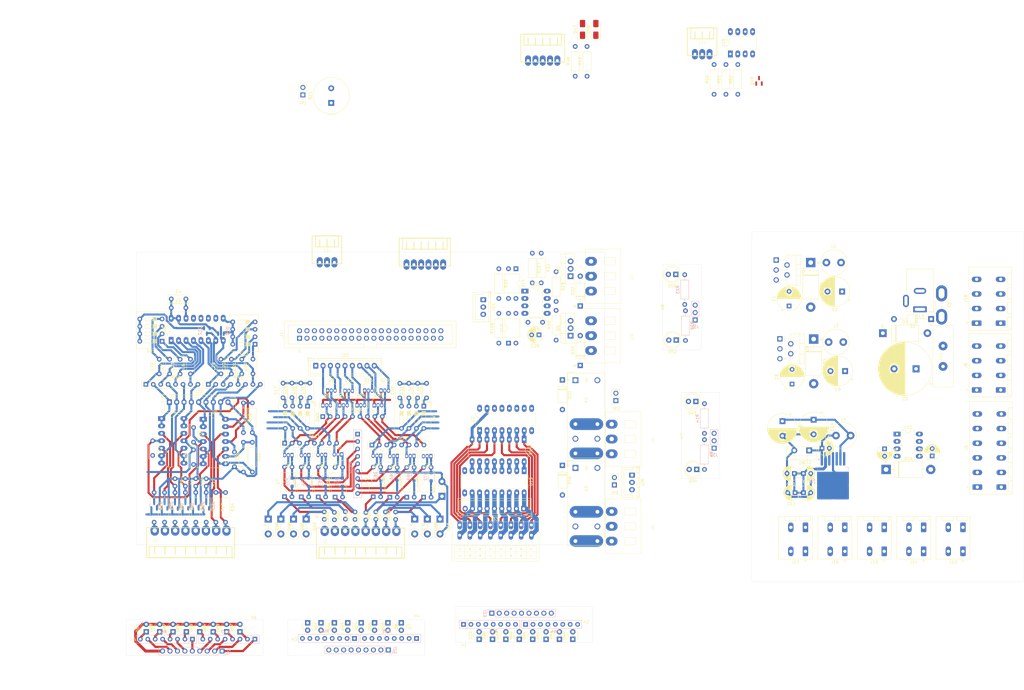
<source format=kicad_pcb>
(kicad_pcb
	(version 20240108)
	(generator "pcbnew")
	(generator_version "8.0")
	(general
		(thickness 1.6)
		(legacy_teardrops no)
	)
	(paper "A3")
	(layers
		(0 "F.Cu" signal)
		(31 "B.Cu" signal)
		(32 "B.Adhes" user "B.Adhesive")
		(33 "F.Adhes" user "F.Adhesive")
		(34 "B.Paste" user)
		(35 "F.Paste" user)
		(36 "B.SilkS" user "B.Silkscreen")
		(37 "F.SilkS" user "F.Silkscreen")
		(38 "B.Mask" user)
		(39 "F.Mask" user)
		(40 "Dwgs.User" user "User.Drawings")
		(41 "Cmts.User" user "User.Comments")
		(42 "Eco1.User" user "User.Eco1")
		(43 "Eco2.User" user "User.Eco2")
		(44 "Edge.Cuts" user)
		(45 "Margin" user)
		(46 "B.CrtYd" user "B.Courtyard")
		(47 "F.CrtYd" user "F.Courtyard")
		(48 "B.Fab" user)
		(49 "F.Fab" user)
		(50 "User.1" user)
		(51 "User.2" user)
		(52 "User.3" user)
		(53 "User.4" user)
		(54 "User.5" user)
		(55 "User.6" user)
		(56 "User.7" user)
		(57 "User.8" user)
		(58 "User.9" user)
	)
	(setup
		(pad_to_mask_clearance 0)
		(allow_soldermask_bridges_in_footprints no)
		(pcbplotparams
			(layerselection 0x00010fc_ffffffff)
			(plot_on_all_layers_selection 0x0000000_00000000)
			(disableapertmacros no)
			(usegerberextensions no)
			(usegerberattributes yes)
			(usegerberadvancedattributes yes)
			(creategerberjobfile yes)
			(dashed_line_dash_ratio 12.000000)
			(dashed_line_gap_ratio 3.000000)
			(svgprecision 4)
			(plotframeref no)
			(viasonmask no)
			(mode 1)
			(useauxorigin no)
			(hpglpennumber 1)
			(hpglpenspeed 20)
			(hpglpendiameter 15.000000)
			(pdf_front_fp_property_popups yes)
			(pdf_back_fp_property_popups yes)
			(dxfpolygonmode yes)
			(dxfimperialunits yes)
			(dxfusepcbnewfont yes)
			(psnegative no)
			(psa4output no)
			(plotreference yes)
			(plotvalue yes)
			(plotfptext yes)
			(plotinvisibletext no)
			(sketchpadsonfab no)
			(subtractmaskfromsilk no)
			(outputformat 1)
			(mirror no)
			(drillshape 1)
			(scaleselection 1)
			(outputdirectory "")
		)
	)
	(net 0 "")
	(net 1 "+5V")
	(net 2 "/Buzzer")
	(net 3 "+24V filtered")
	(net 4 "GND")
	(net 5 "+3V3")
	(net 6 "/ADC_CH3")
	(net 7 "/ADC_CH1")
	(net 8 "+12V")
	(net 9 "Net-(D6-K)")
	(net 10 "Net-(U1-BOOT)")
	(net 11 "/Dig-IN_1")
	(net 12 "Net-(U11-CAP+)")
	(net 13 "Net-(D14-K)")
	(net 14 "-5V")
	(net 15 "/ADC_CH5")
	(net 16 "/ADC_CH6")
	(net 17 "/ADC_CH0")
	(net 18 "/ADC_CH2")
	(net 19 "/ADC_CH7")
	(net 20 "/ADC_CH4")
	(net 21 "/Dig-IN_2")
	(net 22 "/Dig-IN_3")
	(net 23 "/Dig-IN_4")
	(net 24 "/Dig-IN_5")
	(net 25 "/Dig-IN_6")
	(net 26 "/Dig-IN_7")
	(net 27 "/Dig-IN_8")
	(net 28 "Net-(D1-K)")
	(net 29 "Net-(D2-K)")
	(net 30 "Net-(D5-K)")
	(net 31 "OUT_Digital_1_open-drain")
	(net 32 "Net-(U3C-+)")
	(net 33 "Net-(U3D-+)")
	(net 34 "IN_Analog_6 (0-20mA)")
	(net 35 "IN_Analog_7 (0-20mA)")
	(net 36 "Net-(U9B-+)")
	(net 37 "/OUT_PWM_1_diode")
	(net 38 "/OUT_PWM_2_diode")
	(net 39 "Net-(D34-A)")
	(net 40 "Net-(U9A-+)")
	(net 41 "OUT_Digital_2_open-drain")
	(net 42 "OUT_Digital_3_open-drain")
	(net 43 "OUT_Digital_4_open-drain")
	(net 44 "OUT_Digital_5_open-drain")
	(net 45 "Net-(U3A-+)")
	(net 46 "I2C_SDA")
	(net 47 "RS485_B")
	(net 48 "RS485_A")
	(net 49 "Net-(D50-A1)")
	(net 50 "Net-(D51-A)")
	(net 51 "Net-(D53-A1)")
	(net 52 "Net-(D54-A)")
	(net 53 "Net-(D56-A1)")
	(net 54 "Net-(D57-A)")
	(net 55 "Net-(D59-A1)")
	(net 56 "Net-(D60-A)")
	(net 57 "Net-(D62-A1)")
	(net 58 "Net-(D63-A)")
	(net 59 "Net-(D65-A1)")
	(net 60 "Net-(D66-A)")
	(net 61 "Net-(D68-A1)")
	(net 62 "Net-(D69-A)")
	(net 63 "Net-(D71-A1)")
	(net 64 "Net-(D72-A)")
	(net 65 "+BATT")
	(net 66 "unconnected-(J1-ID_SD{slash}GPIO0-Pad27)")
	(net 67 "/SPI_CE0_ADC")
	(net 68 "Net-(J1-3V3-Pad1)")
	(net 69 "/SPI0_miso_ADC")
	(net 70 "/UART_DIR-T")
	(net 71 "/SPI0_mosi_ADC")
	(net 72 "/SPI0_sclk_ADC")
	(net 73 "/UART_TX")
	(net 74 "/SPI1_miso_FREE")
	(net 75 "/SR-OUT_latch")
	(net 76 "/SPI1_mosi_FREE")
	(net 77 "/SR-OUT_clock")
	(net 78 "/SR-OUT_data")
	(net 79 "unconnected-(J1-ID_SC{slash}GPIO1-Pad28)")
	(net 80 "/SPI1_CE_FREE")
	(net 81 "/UART_RX")
	(net 82 "/OUT_PWM_2")
	(net 83 "/SPI1_sclk_FREE")
	(net 84 "/OUT_PWM_1")
	(net 85 "IN_Digital_8")
	(net 86 "IN_Digital_5")
	(net 87 "IN_Digital_2")
	(net 88 "IN_Digital_3")
	(net 89 "IN_Digital_4")
	(net 90 "IN_Digital_6")
	(net 91 "IN_Digital_7")
	(net 92 "IN_Digital_1")
	(net 93 "OUT_Digital_8")
	(net 94 "OUT_Digital_7_open-drain")
	(net 95 "OUT_Digital_2")
	(net 96 "OUT_Digital_4")
	(net 97 "OUT_Digital_5")
	(net 98 "OUT_Digital_6")
	(net 99 "OUT_Digital_3")
	(net 100 "OUT_Digital_7")
	(net 101 "OUT_Digital_8_open-drain")
	(net 102 "OUT_Digital_1")
	(net 103 "OUT_Digital_6_open-drain")
	(net 104 "Net-(J4-Pin_1)")
	(net 105 "Net-(J4-Pin_2)")
	(net 106 "Net-(J4-Pin_3)")
	(net 107 "OUT_Digital_COM_open-drain")
	(net 108 "Net-(J6-Pin_1)")
	(net 109 "Net-(J6-Pin_3)")
	(net 110 "Net-(J6-Pin_2)")
	(net 111 "IN_Analog_1 (0-3.3V)")
	(net 112 "IN_Analog_5 (0-24V)")
	(net 113 "IN_Analog_4 (0-12V)")
	(net 114 "IN_Analog_2 (0-5V)")
	(net 115 "IN_Analog_0 (0-3.3V)")
	(net 116 "IN_Analog_3 (0-5V)")
	(net 117 "Net-(Q1-G)")
	(net 118 "Net-(Q2-G)")
	(net 119 "Net-(Q2-D)")
	(net 120 "Net-(Q5-G)")
	(net 121 "Net-(C17-Pad1)")
	(net 122 "Net-(Q7-G)")
	(net 123 "Net-(Q7-D)")
	(net 124 "Net-(C29-Pad1)")
	(net 125 "Net-(Q9-G)")
	(net 126 "Net-(C30-Pad1)")
	(net 127 "Net-(Q10-G)")
	(net 128 "Net-(Q11-D)")
	(net 129 "Net-(Q11-G)")
	(net 130 "Net-(C31-Pad1)")
	(net 131 "Net-(Q13-G)")
	(net 132 "Net-(Q13-D)")
	(net 133 "Net-(C32-Pad1)")
	(net 134 "Net-(Q15-D)")
	(net 135 "Net-(Q15-G)")
	(net 136 "Net-(C33-Pad1)")
	(net 137 "Net-(Q17-G)")
	(net 138 "Net-(Q17-D)")
	(net 139 "Net-(C34-Pad1)")
	(net 140 "Net-(Q19-D)")
	(net 141 "Net-(Q19-G)")
	(net 142 "Net-(C35-Pad1)")
	(net 143 "Net-(U9C--)")
	(net 144 "Net-(U12-~{OUTA})")
	(net 145 "Net-(U12-~{OUTB})")
	(net 146 "Net-(U12-INB)")
	(net 147 "Net-(R33-Pad1)")
	(net 148 "Net-(U9D--)")
	(net 149 "Net-(U12-INA)")
	(net 150 "Net-(R108-Pad1)")
	(net 151 "unconnected-(U1-EN-Pad7)")
	(net 152 "unconnected-(U1-NC-Pad5)")
	(net 153 "unconnected-(U2-QH'-Pad9)")
	(net 154 "unconnected-(U11-OSC-Pad7)")
	(net 155 "unconnected-(U11-NC-Pad1)")
	(net 156 "unconnected-(U12-NC-Pad8)")
	(net 157 "unconnected-(U12-NC-Pad1)")
	(net 158 "Net-(U3B-+)")
	(net 159 "Net-(D45-K)")
	(net 160 "/LED_analog-CH6")
	(net 161 "/LED_analog-CH2")
	(net 162 "/LED_analog-CH7")
	(net 163 "/LED_analog-CH5")
	(net 164 "/LED_analog-CH0")
	(net 165 "/LED_analog-CH1")
	(net 166 "/LED_analog-CH3")
	(net 167 "/LED_analog-CH4")
	(net 168 "Net-(D10-K)")
	(net 169 "Net-(D7-A)")
	(net 170 "Net-(D8-A)")
	(net 171 "Net-(D10-A)")
	(net 172 "Net-(D15-A)")
	(net 173 "Net-(D17-A)")
	(net 174 "Net-(D23-A)")
	(net 175 "Net-(D26-A)")
	(net 176 "Net-(D27-A)")
	(net 177 "Net-(D82-K)")
	(net 178 "Net-(D82-A)")
	(net 179 "Net-(D83-K)")
	(net 180 "Net-(D84-K)")
	(net 181 "Net-(D85-K)")
	(net 182 "Net-(D86-K)")
	(net 183 "Net-(D87-K)")
	(net 184 "Net-(D88-K)")
	(net 185 "Net-(D89-K)")
	(net 186 "Net-(J25-Pin_8)")
	(net 187 "Net-(J25-Pin_5)")
	(net 188 "Net-(J25-Pin_7)")
	(net 189 "Net-(J25-Pin_2)")
	(net 190 "Net-(J25-Pin_6)")
	(net 191 "Net-(J25-Pin_1)")
	(net 192 "Net-(J25-Pin_4)")
	(net 193 "Net-(J25-Pin_3)")
	(net 194 "Net-(J27-Pin_4)")
	(net 195 "Net-(J27-Pin_8)")
	(net 196 "Net-(J27-Pin_1)")
	(net 197 "Net-(J27-Pin_5)")
	(net 198 "Net-(J27-Pin_6)")
	(net 199 "Net-(J27-Pin_7)")
	(net 200 "Net-(J27-Pin_3)")
	(net 201 "Net-(J27-Pin_2)")
	(net 202 "Net-(D20-A)")
	(net 203 "Net-(D20-K)")
	(net 204 "Net-(D30-K)")
	(net 205 "Net-(D37-K)")
	(net 206 "Net-(D40-K)")
	(net 207 "Net-(D41-K)")
	(net 208 "Net-(D42-K)")
	(net 209 "Net-(D43-K)")
	(net 210 "Net-(D44-K)")
	(net 211 "/LED_digital-out_2")
	(net 212 "/LED_digital-out_8")
	(net 213 "/LED_digital-out_6")
	(net 214 "/LED_digital-out_5")
	(net 215 "/LED_digital-out_4")
	(net 216 "/LED_digital-out_7")
	(net 217 "/LED_digital-out_1")
	(net 218 "/LED_digital-out_3")
	(net 219 "Net-(J23-Pin_1)")
	(net 220 "Net-(J23-Pin_5)")
	(net 221 "Net-(J23-Pin_3)")
	(net 222 "Net-(J23-Pin_2)")
	(net 223 "Net-(J23-Pin_8)")
	(net 224 "Net-(J23-Pin_7)")
	(net 225 "Net-(J23-Pin_4)")
	(net 226 "Net-(J23-Pin_6)")
	(net 227 "/LED_relay-1")
	(net 228 "/LED_PWM-1")
	(net 229 "/LED_PWM-2")
	(net 230 "Net-(D34-K)")
	(net 231 "/LED_relay-2")
	(net 232 "Net-(D52-K)")
	(net 233 "Net-(D52-A)")
	(net 234 "Net-(D55-K)")
	(net 235 "Net-(J30-Pin_3)")
	(net 236 "Net-(J30-Pin_2)")
	(net 237 "Net-(J31-Pin_3)")
	(net 238 "Net-(J31-Pin_2)")
	(net 239 "Net-(RN9-R2.2)")
	(net 240 "Net-(RN9-R8.2)")
	(net 241 "Net-(RN9-R7.2)")
	(net 242 "Net-(RN9-R5.2)")
	(net 243 "Net-(RN9-R1.2)")
	(net 244 "Net-(RN9-R6.2)")
	(net 245 "Net-(RN9-R3.2)")
	(net 246 "Net-(RN9-R4.2)")
	(net 247 "/DIP_EN-Filter-ADC3")
	(net 248 "/DIP_EN-Filter-ADC1")
	(net 249 "/DIP_EN-Filter-ADC5")
	(net 250 "/DIP_EN-Filter-ADC6")
	(net 251 "/DIP_EN-Filter-ADC0")
	(net 252 "/DIP_EN-Filter-ADC2")
	(net 253 "/DIP_EN-Filter-ADC7")
	(net 254 "/DIP_EN-Filter-ADC4")
	(net 255 "unconnected-(J3-Pin_6-Pad6)")
	(net 256 "unconnected-(J3-Pin_5-Pad5)")
	(net 257 "unconnected-(J10-Pin_3-Pad3)")
	(net 258 "unconnected-(J11-Pin_3-Pad3)")
	(net 259 "unconnected-(J19-Pin_4-Pad4)")
	(net 260 "unconnected-(J19-Pin_5-Pad5)")
	(footprint "Capacitor_THT:CP_Radial_D10.0mm_P5.00mm" (layer "F.Cu") (at 311.446327 145.5787 180))
	(footprint "Connector_JST:JST_XH_B9B-XH-A_1x09_P2.50mm_Vertical" (layer "F.Cu") (at 130.635 143.7565))
	(footprint "Resistor_THT:R_Axial_DIN0207_L6.3mm_D2.5mm_P10.16mm_Horizontal" (layer "F.Cu") (at 266.69055 50.9683 90))
	(footprint "Button_Switch_THT:SW_DIP_SPSTx04_Slide_9.78x12.34mm_W7.62mm_P2.54mm" (layer "F.Cu") (at 78.1495 135.389 180))
	(footprint "Package_TO_SOT_THT:TO-92_Inline" (layer "F.Cu") (at 133.0945 157.2824))
	(footprint "Package_DIP:DIP-4_W10.16mm" (layer "F.Cu") (at 196.469 136.017 90))
	(footprint "Connector_PinSocket_2.54mm:PinSocket_1x02_P2.54mm_Vertical" (layer "F.Cu") (at 126.238 51.181 180))
	(footprint "Capacitor_THT:CP_Radial_D5.0mm_P2.50mm" (layer "F.Cu") (at 206.883 133.223 180))
	(footprint "Relay_THT:Relay_SPDT_Omron_G2RL-1-E" (layer "F.Cu") (at 219.329 148.717))
	(footprint "Resistor_THT:R_Axial_DIN0207_L6.3mm_D2.5mm_P10.16mm_Horizontal" (layer "F.Cu") (at 99.822 187.0877 -90))
	(footprint "LED_THT:LED_D3.0mm_IRGrey" (layer "F.Cu") (at 91.02905 234.6843 90))
	(footprint "LED_THT:LED_D3.0mm_IRGrey" (layer "F.Cu") (at 127.85905 231.6313 -90))
	(footprint "Capacitor_THT:CP_Radial_D8.0mm_P5.00mm" (layer "F.Cu") (at 292.31465 123.343351 90))
	(footprint "Diode_THT:D_DO-201AD_P15.24mm_Horizontal" (layer "F.Cu") (at 300.69665 134.6567 -90))
	(footprint "Package_DIP:DIP-8_W7.62mm_LongPads"
		(layer "F.Cu")
		(uuid "0a190fd7-2dbf-4d42-bf26-6ca23693d527")
		(at 272.23555 37.1933 90)
		(descr "8-lead though-hole mounted DIP package, row spacing 7.62 mm (300 mils), LongPads")
		(tags "THT DIP DIL PDIP 2.54mm 7.62mm 300mil LongPads")
		(property "Reference" "U16"
			(at 3.81 -2.33 90)
			(layer "F.SilkS")
			(uuid "774d4eee-02fd-40fc-9307-dc87ff5b3d17")
			(effects
				(font
					(size 1 1)
					(thickness 0.15)
				)
			)
		)
		(property "Value" "MAX3483"
			(at 3.81 9.95 90)
			(layer "F.Fab")
			(uuid "0a8e769d-8d10-463f-b6d0-98d39dfd4189")
			(effects
				(font
					(size 1 1)
					(thickness 0.15)
				)
			)
		)
		(property "Footprint" "Package_DIP:DIP-8_W7.62mm_LongPads"
			(at 0 0 90)
			(unlocked yes)
			(layer "F.Fab")
			(hide yes)
			(uuid "f40826d5-19cf-45ac-b5b1-b00bcb51981e")
			(effects
				(font
					(size 1.27 1.27)
					(thickness 0.15)
				)
			)
		)
		(property "Datasheet" "https://datasheets.maximintegrated.com/en/ds/MAX3483-MAX3491.pdf"
			(at 0 0 90)
			(unlocked yes)
			(layer "F.Fab")
			(hide yes)
			(uuid "2c121ce4-705a-401f-a285-fd25522f951a")
			(effects
				(font
					(size 1.27 1.27)
					(thickness 0.15)
				)
			)
		)
		(property "Description" "True RS-485/RS-422, 0.25Mbps, Slew-Rate Limited, with low-power shutdown, with receiver/driver enable, 32 receiver drive capacitity, DIP-8 and SOIC-8"
			(at 0 0 90)
			(unlocked yes)
			(layer "F.Fab")
			(hide yes)
			(uuid "5ebc0a7d-9bbe-4805-ac89-bbebcf628127")
			(effects
				(font
					(size 1.27 1.27)
					(thickness 0.15)
				)
			)
		)
		(property ki_fp_filters "DIP*W7.62mm* SOIC*3.9x4.9mm*P1.27mm*")
		(path "/0be52a61-fdab-4ded-9e87-4e3a717d77e2")
		(sheetname "Root")
		(sheetfile "pi-interface-board_v1.0.kicad_sch")
		(attr through_hole)
		(fp_line
			(start 6.06 -1.33)
			(end 4.81 -1.33)
			(stroke
				(width 0.12)
				(type solid)
			)
			(layer "F.SilkS")
			(uuid "13f8b196-7fff-46c3-8769-915480b921ce")
		)
		(fp_line
			(start 2.81 -1.33)
			(end 1.56 -1.33)
			(stroke
				(width 0.12)
				(type solid)
			)
			(layer "F.SilkS")
			(uuid "f382e960-75ce-4f8a-9bdc-e181dd51a2f4")
		)
		(fp_line
			(start 1.56 -1.33)
			(end 1.56 8.95)
			(stroke
				(width 0.12)
				(type solid)
			)
			(layer "F.SilkS")
			(uuid "f6ee7341-ec1a-4bff-8a40-1caea67e29a1")
		)
		(fp_line
			(start 6.06 8.95)
			(end 6.06 -1.33)
			(stroke
				(width 0.12)
				(type solid)
			)
			(layer "F.SilkS")
			(uuid "aa4173c5-49f2-41e4-8e6c-53fc18721f75")
		)
		(fp_line
			(start 1.56 8.95)
			(end 6.06 8.95)
			(stroke
				(width 0.12)
				(type solid)
			)
			(layer "F.SilkS")
			(uuid "11bf78bb-6d2d-4243-80eb-e74695de97b3")
		)
		(fp_arc
			(start 4.81 -1.33)
			(mid 3.81 -0.33)
			(end 2.81 -1.33)
			(stroke
				(width 0.12)
				(type solid)
			)
			(layer "F.SilkS")
			(uuid "9947883c-14e9-4098-837a-a6604b0863db")
		)
		(fp_line
			(start 9.1 -1.55)
			(end -1.45 -1.55)
			(stroke
				(width 0.05)
				(type solid)
			)
			(layer "F.CrtYd")
			(uuid "b1706fe2-6227-44aa-a883-f6941d2eaab7")
		)
		(fp_line
			(start -1.45 -1.55)
			(end -1.45 9.15)
			(stroke
				(width 0.05)
				(type solid)
			)
			(layer "F.CrtYd")
			(uuid "1f4b5f49-c116-4931-ae12-b3f3f500f25c")
		)
		(fp_line
			(start 9.1 9.15)
			(end 9.1 -1.55)
			(stroke
				(width 0.05)
				(type solid)
			)
			(layer "F.CrtYd")
			(uuid "870f306c-54f3-48ab-9c98-5a33ef52a96c")
		)
		(fp_line
			(start -1.45 9.15)
			(end 9.1 9.15)
			(stroke
				(width 0.05)
				(type solid)
			)
			(layer "F.CrtYd")
			(uuid "55089681-9069-444c-a519-dbe48c932fde")
		)
		(fp_line
			(start 6.985 -1.27)
			(end 6.985 8.89)
			(stroke
				(width 0.1)
				(type solid)
			)
			(layer "F.Fab")
			(uuid "74c8944a-85b7-49a4-9648-e32eab66384c")
		)
		(fp_line
			(start 1.635 -1.27)
			(end 6.985 -1.27)
			(stroke
				(width 0.1)
				(type solid)
			)
			(layer "F.Fab")
			(uuid "387765ee-9cc8-422c-a5a3-ecc2b7e570d5")
		)
		(fp_line
			(start 0.635 -0.27)
			(end 1.635 -1.27)
			(stroke
				(width 0.1)
				(type solid)
			)
			(layer "F.Fab")
			(uuid "2a488d99-c11e-4f39-aa09-e64687358390")
		)
		(fp_line
			(start 6.985 8.89)
			(end 0.635 8.89)
			(stroke
				(width 0.1)
				(type solid)
			)
			(layer "F.Fab")
			(uuid "2972361a-1008-4fad-9fcc-8f03d84e014f")
		)
		(fp_line
			(start 0.635 8.89)
			(end 0.635 -0.27)
			(stroke
				(width 0.1)
				(type solid)
			)
			(layer "F.Fab")
			(uuid "80ebdc76-c005-4eb7-b4b8-3e8536bf9ccc")
		)
		(fp_text user "${REFERENCE}"
			(at 3.81 3.81 90)
			(layer "F.Fab")
			(uuid "0e1602b9-5ea5-40a9-9c93-432912a1ec2a")
			(effects
				(font
					(size 1 1)
					(thickness 0.15)
				)
			)
		)
		(pad "1" thru_hole rect
			(at 0 0 90)
			(size 2.4 1.6)
			(drill 0.8)
			(layers "*.Cu" "*.Mask")
			(remove_unused_layers no)
			(net 81 "/UART_RX")
			(pinfunction "RO")
			(pintype "output")
			(uuid "38f56b45-c0ec-434f-81f2-594088f99d98")
		)
		(pad "2" thru_hole oval
			(at 0 2.54 90)
			(size 2.4 1.6)
			(drill 0.8)
			(layers "*.Cu" "*.Mask")
			(remove_unused_layers no)
			(net 70 "/UART_DIR-T")
			(pinfunction "~{RE}")
			(pintype "input")
			(uuid "c7e708f4-9bfe-48bf-8e2b-d47e8811c804")
		)
		(pad "3" thru_hole oval
			(at 0 5.08 90)
			(size 2.4 1.6)
			(drill 0.8)
			(layers "*.Cu" "*.Mask")
			(remove_unused_layers no)
			(net 70 "/UART_DIR-T")
			(pinfunction "DE")
			(pintype "input")
			(uuid "bde9401d-7a00-4ac0-924d-b9231
... [1826513 chars truncated]
</source>
